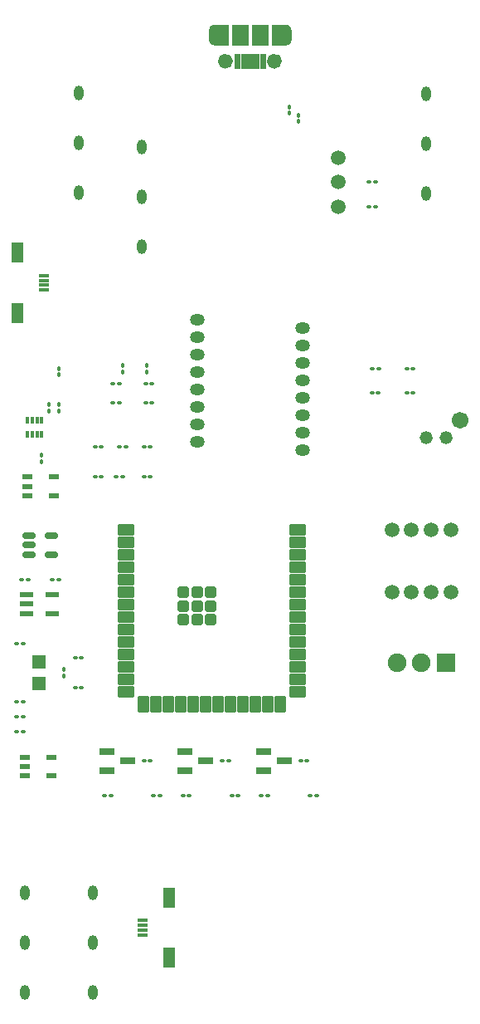
<source format=gbr>
%TF.GenerationSoftware,KiCad,Pcbnew,7.0.7*%
%TF.CreationDate,2023-11-24T19:36:33-07:00*%
%TF.ProjectId,mouse,6d6f7573-652e-46b6-9963-61645f706362,rev?*%
%TF.SameCoordinates,Original*%
%TF.FileFunction,Soldermask,Top*%
%TF.FilePolarity,Negative*%
%FSLAX46Y46*%
G04 Gerber Fmt 4.6, Leading zero omitted, Abs format (unit mm)*
G04 Created by KiCad (PCBNEW 7.0.7) date 2023-11-24 19:36:33*
%MOMM*%
%LPD*%
G01*
G04 APERTURE LIST*
G04 Aperture macros list*
%AMRoundRect*
0 Rectangle with rounded corners*
0 $1 Rounding radius*
0 $2 $3 $4 $5 $6 $7 $8 $9 X,Y pos of 4 corners*
0 Add a 4 corners polygon primitive as box body*
4,1,4,$2,$3,$4,$5,$6,$7,$8,$9,$2,$3,0*
0 Add four circle primitives for the rounded corners*
1,1,$1+$1,$2,$3*
1,1,$1+$1,$4,$5*
1,1,$1+$1,$6,$7*
1,1,$1+$1,$8,$9*
0 Add four rect primitives between the rounded corners*
20,1,$1+$1,$2,$3,$4,$5,0*
20,1,$1+$1,$4,$5,$6,$7,0*
20,1,$1+$1,$6,$7,$8,$9,0*
20,1,$1+$1,$8,$9,$2,$3,0*%
G04 Aperture macros list end*
%ADD10C,0.010000*%
%ADD11C,0.788500*%
%ADD12R,0.299999X0.670001*%
%ADD13R,1.320800X0.508000*%
%ADD14R,1.000000X0.300000*%
%ADD15R,1.300000X2.000000*%
%ADD16RoundRect,0.100000X-0.130000X-0.100000X0.130000X-0.100000X0.130000X0.100000X-0.130000X0.100000X0*%
%ADD17RoundRect,0.100000X-0.100000X0.130000X-0.100000X-0.130000X0.100000X-0.130000X0.100000X0.130000X0*%
%ADD18RoundRect,0.150000X-0.512500X-0.150000X0.512500X-0.150000X0.512500X0.150000X-0.512500X0.150000X0*%
%ADD19C,1.500000*%
%ADD20O,1.000000X1.500000*%
%ADD21RoundRect,0.100000X0.130000X0.100000X-0.130000X0.100000X-0.130000X-0.100000X0.130000X-0.100000X0*%
%ADD22RoundRect,0.100000X0.100000X-0.130000X0.100000X0.130000X-0.100000X0.130000X-0.100000X-0.130000X0*%
%ADD23RoundRect,0.070000X-0.650000X-0.300000X0.650000X-0.300000X0.650000X0.300000X-0.650000X0.300000X0*%
%ADD24R,1.397000X1.422400*%
%ADD25O,1.500000X1.200000*%
%ADD26R,0.977900X0.508000*%
%ADD27RoundRect,0.102000X-0.750000X-0.450000X0.750000X-0.450000X0.750000X0.450000X-0.750000X0.450000X0*%
%ADD28RoundRect,0.102000X-0.450000X-0.750000X0.450000X-0.750000X0.450000X0.750000X-0.450000X0.750000X0*%
%ADD29RoundRect,0.102000X-0.450000X-0.450000X0.450000X-0.450000X0.450000X0.450000X-0.450000X0.450000X0*%
%ADD30R,1.003300X0.508000*%
%ADD31C,1.320800*%
%ADD32C,1.701800*%
%ADD33R,1.900000X1.900000*%
%ADD34C,1.900000*%
G04 APERTURE END LIST*
%TO.C,J5*%
D10*
X76013500Y-22913500D02*
X74386500Y-22913500D01*
X74386500Y-20886500D01*
X76013500Y-20886500D01*
X76013500Y-22913500D01*
G36*
X76013500Y-22913500D02*
G01*
X74386500Y-22913500D01*
X74386500Y-20886500D01*
X76013500Y-20886500D01*
X76013500Y-22913500D01*
G37*
X78013500Y-22913500D02*
X76386500Y-22913500D01*
X76386500Y-20886500D01*
X78013500Y-20886500D01*
X78013500Y-22913500D01*
G36*
X78013500Y-22913500D02*
G01*
X76386500Y-22913500D01*
X76386500Y-20886500D01*
X78013500Y-20886500D01*
X78013500Y-22913500D01*
G37*
X73964000Y-22913000D02*
X72600000Y-22913000D01*
X72571000Y-22913000D01*
X72541000Y-22910000D01*
X72512000Y-22907000D01*
X72483000Y-22901000D01*
X72454000Y-22894000D01*
X72426000Y-22886000D01*
X72398000Y-22876000D01*
X72371000Y-22865000D01*
X72344000Y-22852000D01*
X72318000Y-22838000D01*
X72293000Y-22823000D01*
X72269000Y-22806000D01*
X72245000Y-22788000D01*
X72223000Y-22769000D01*
X72202000Y-22748000D01*
X72181000Y-22727000D01*
X72162000Y-22705000D01*
X72144000Y-22681000D01*
X72127000Y-22657000D01*
X72112000Y-22632000D01*
X72098000Y-22606000D01*
X72085000Y-22579000D01*
X72074000Y-22552000D01*
X72064000Y-22524000D01*
X72056000Y-22496000D01*
X72049000Y-22467000D01*
X72043000Y-22438000D01*
X72040000Y-22409000D01*
X72037000Y-22379000D01*
X72037000Y-22350000D01*
X72037000Y-21450000D01*
X72037000Y-21421000D01*
X72040000Y-21391000D01*
X72043000Y-21362000D01*
X72049000Y-21333000D01*
X72056000Y-21304000D01*
X72064000Y-21276000D01*
X72074000Y-21248000D01*
X72085000Y-21221000D01*
X72098000Y-21194000D01*
X72112000Y-21168000D01*
X72127000Y-21143000D01*
X72144000Y-21119000D01*
X72162000Y-21095000D01*
X72181000Y-21073000D01*
X72202000Y-21052000D01*
X72223000Y-21031000D01*
X72245000Y-21012000D01*
X72269000Y-20994000D01*
X72293000Y-20977000D01*
X72318000Y-20962000D01*
X72344000Y-20948000D01*
X72371000Y-20935000D01*
X72398000Y-20924000D01*
X72426000Y-20914000D01*
X72454000Y-20906000D01*
X72483000Y-20899000D01*
X72512000Y-20893000D01*
X72541000Y-20890000D01*
X72571000Y-20887000D01*
X72600000Y-20886000D01*
X73963500Y-20886500D01*
X73964000Y-20886000D01*
X73964000Y-22913000D01*
G36*
X73964000Y-22913000D02*
G01*
X72600000Y-22913000D01*
X72571000Y-22913000D01*
X72541000Y-22910000D01*
X72512000Y-22907000D01*
X72483000Y-22901000D01*
X72454000Y-22894000D01*
X72426000Y-22886000D01*
X72398000Y-22876000D01*
X72371000Y-22865000D01*
X72344000Y-22852000D01*
X72318000Y-22838000D01*
X72293000Y-22823000D01*
X72269000Y-22806000D01*
X72245000Y-22788000D01*
X72223000Y-22769000D01*
X72202000Y-22748000D01*
X72181000Y-22727000D01*
X72162000Y-22705000D01*
X72144000Y-22681000D01*
X72127000Y-22657000D01*
X72112000Y-22632000D01*
X72098000Y-22606000D01*
X72085000Y-22579000D01*
X72074000Y-22552000D01*
X72064000Y-22524000D01*
X72056000Y-22496000D01*
X72049000Y-22467000D01*
X72043000Y-22438000D01*
X72040000Y-22409000D01*
X72037000Y-22379000D01*
X72037000Y-22350000D01*
X72037000Y-21450000D01*
X72037000Y-21421000D01*
X72040000Y-21391000D01*
X72043000Y-21362000D01*
X72049000Y-21333000D01*
X72056000Y-21304000D01*
X72064000Y-21276000D01*
X72074000Y-21248000D01*
X72085000Y-21221000D01*
X72098000Y-21194000D01*
X72112000Y-21168000D01*
X72127000Y-21143000D01*
X72144000Y-21119000D01*
X72162000Y-21095000D01*
X72181000Y-21073000D01*
X72202000Y-21052000D01*
X72223000Y-21031000D01*
X72245000Y-21012000D01*
X72269000Y-20994000D01*
X72293000Y-20977000D01*
X72318000Y-20962000D01*
X72344000Y-20948000D01*
X72371000Y-20935000D01*
X72398000Y-20924000D01*
X72426000Y-20914000D01*
X72454000Y-20906000D01*
X72483000Y-20899000D01*
X72512000Y-20893000D01*
X72541000Y-20890000D01*
X72571000Y-20887000D01*
X72600000Y-20886000D01*
X73963500Y-20886500D01*
X73964000Y-20886000D01*
X73964000Y-22913000D01*
G37*
X79829000Y-20887000D02*
X79859000Y-20890000D01*
X79888000Y-20893000D01*
X79917000Y-20899000D01*
X79946000Y-20906000D01*
X79974000Y-20914000D01*
X80002000Y-20924000D01*
X80029000Y-20935000D01*
X80056000Y-20948000D01*
X80082000Y-20962000D01*
X80107000Y-20977000D01*
X80131000Y-20994000D01*
X80155000Y-21012000D01*
X80177000Y-21031000D01*
X80198000Y-21052000D01*
X80219000Y-21073000D01*
X80238000Y-21095000D01*
X80256000Y-21119000D01*
X80273000Y-21143000D01*
X80288000Y-21168000D01*
X80302000Y-21194000D01*
X80315000Y-21221000D01*
X80326000Y-21248000D01*
X80336000Y-21276000D01*
X80344000Y-21304000D01*
X80351000Y-21333000D01*
X80357000Y-21362000D01*
X80360000Y-21391000D01*
X80363000Y-21421000D01*
X80363000Y-21450000D01*
X80363000Y-22350000D01*
X80363000Y-22379000D01*
X80360000Y-22409000D01*
X80357000Y-22438000D01*
X80351000Y-22467000D01*
X80344000Y-22496000D01*
X80336000Y-22524000D01*
X80326000Y-22552000D01*
X80315000Y-22579000D01*
X80302000Y-22606000D01*
X80288000Y-22632000D01*
X80273000Y-22657000D01*
X80256000Y-22681000D01*
X80238000Y-22705000D01*
X80219000Y-22727000D01*
X80198000Y-22748000D01*
X80177000Y-22769000D01*
X80155000Y-22788000D01*
X80131000Y-22806000D01*
X80107000Y-22823000D01*
X80082000Y-22838000D01*
X80056000Y-22852000D01*
X80029000Y-22865000D01*
X80002000Y-22876000D01*
X79974000Y-22886000D01*
X79946000Y-22894000D01*
X79917000Y-22901000D01*
X79888000Y-22907000D01*
X79859000Y-22910000D01*
X79829000Y-22913000D01*
X79800000Y-22913000D01*
X78436000Y-22913000D01*
X78436000Y-20886000D01*
X78436500Y-20886500D01*
X79800000Y-20886000D01*
X79829000Y-20887000D01*
G36*
X79829000Y-20887000D02*
G01*
X79859000Y-20890000D01*
X79888000Y-20893000D01*
X79917000Y-20899000D01*
X79946000Y-20906000D01*
X79974000Y-20914000D01*
X80002000Y-20924000D01*
X80029000Y-20935000D01*
X80056000Y-20948000D01*
X80082000Y-20962000D01*
X80107000Y-20977000D01*
X80131000Y-20994000D01*
X80155000Y-21012000D01*
X80177000Y-21031000D01*
X80198000Y-21052000D01*
X80219000Y-21073000D01*
X80238000Y-21095000D01*
X80256000Y-21119000D01*
X80273000Y-21143000D01*
X80288000Y-21168000D01*
X80302000Y-21194000D01*
X80315000Y-21221000D01*
X80326000Y-21248000D01*
X80336000Y-21276000D01*
X80344000Y-21304000D01*
X80351000Y-21333000D01*
X80357000Y-21362000D01*
X80360000Y-21391000D01*
X80363000Y-21421000D01*
X80363000Y-21450000D01*
X80363000Y-22350000D01*
X80363000Y-22379000D01*
X80360000Y-22409000D01*
X80357000Y-22438000D01*
X80351000Y-22467000D01*
X80344000Y-22496000D01*
X80336000Y-22524000D01*
X80326000Y-22552000D01*
X80315000Y-22579000D01*
X80302000Y-22606000D01*
X80288000Y-22632000D01*
X80273000Y-22657000D01*
X80256000Y-22681000D01*
X80238000Y-22705000D01*
X80219000Y-22727000D01*
X80198000Y-22748000D01*
X80177000Y-22769000D01*
X80155000Y-22788000D01*
X80131000Y-22806000D01*
X80107000Y-22823000D01*
X80082000Y-22838000D01*
X80056000Y-22852000D01*
X80029000Y-22865000D01*
X80002000Y-22876000D01*
X79974000Y-22886000D01*
X79946000Y-22894000D01*
X79917000Y-22901000D01*
X79888000Y-22907000D01*
X79859000Y-22910000D01*
X79829000Y-22913000D01*
X79800000Y-22913000D01*
X78436000Y-22913000D01*
X78436000Y-20886000D01*
X78436500Y-20886500D01*
X79800000Y-20886000D01*
X79829000Y-20887000D01*
G37*
D11*
X74094250Y-24600000D02*
G75*
G03*
X74094250Y-24600000I-394250J0D01*
G01*
X79094250Y-24600000D02*
G75*
G03*
X79094250Y-24600000I-394250J0D01*
G01*
D10*
X75163500Y-25313500D02*
X74636500Y-25313500D01*
X74636500Y-23836500D01*
X75163500Y-23836500D01*
X75163500Y-25313500D01*
G36*
X75163500Y-25313500D02*
G01*
X74636500Y-25313500D01*
X74636500Y-23836500D01*
X75163500Y-23836500D01*
X75163500Y-25313500D01*
G37*
X75813500Y-25313500D02*
X75286500Y-25313500D01*
X75286500Y-23836500D01*
X75813500Y-23836500D01*
X75813500Y-25313500D01*
G36*
X75813500Y-25313500D02*
G01*
X75286500Y-25313500D01*
X75286500Y-23836500D01*
X75813500Y-23836500D01*
X75813500Y-25313500D01*
G37*
X76463500Y-25313500D02*
X75936500Y-25313500D01*
X75936500Y-23836500D01*
X76463500Y-23836500D01*
X76463500Y-25313500D01*
G36*
X76463500Y-25313500D02*
G01*
X75936500Y-25313500D01*
X75936500Y-23836500D01*
X76463500Y-23836500D01*
X76463500Y-25313500D01*
G37*
X77113500Y-25313500D02*
X76586500Y-25313500D01*
X76586500Y-23836500D01*
X77113500Y-23836500D01*
X77113500Y-25313500D01*
G36*
X77113500Y-25313500D02*
G01*
X76586500Y-25313500D01*
X76586500Y-23836500D01*
X77113500Y-23836500D01*
X77113500Y-25313500D01*
G37*
X77763500Y-25313500D02*
X77236500Y-25313500D01*
X77236500Y-23836500D01*
X77763500Y-23836500D01*
X77763500Y-25313500D01*
G36*
X77763500Y-25313500D02*
G01*
X77236500Y-25313500D01*
X77236500Y-23836500D01*
X77763500Y-23836500D01*
X77763500Y-25313500D01*
G37*
%TD*%
D12*
%TO.C,PWRSW1*%
X54950001Y-61209999D03*
X54450000Y-61209999D03*
X53950000Y-61209999D03*
X53449999Y-61209999D03*
X53449999Y-62690001D03*
X53950000Y-62690001D03*
X54450000Y-62690001D03*
X54950001Y-62690001D03*
%TD*%
D13*
%TO.C,CHGR1*%
X53404600Y-78999999D03*
X53404600Y-79950000D03*
X53404600Y-80900001D03*
X55995400Y-80900001D03*
X55995400Y-78999999D03*
%TD*%
D14*
%TO.C,J6*%
X55200000Y-46449999D03*
X55200000Y-46950000D03*
X55200000Y-47450000D03*
X55200000Y-47950001D03*
D15*
X52500001Y-44150001D03*
X52500001Y-50249999D03*
%TD*%
%TO.C,J4*%
X67949999Y-109900001D03*
X67949999Y-115999999D03*
D14*
X65250000Y-112199999D03*
X65250000Y-112700000D03*
X65250000Y-113200000D03*
X65250000Y-113700001D03*
%TD*%
D16*
%TO.C,C8*%
X60380000Y-63950000D03*
X61020000Y-63950000D03*
%TD*%
D17*
%TO.C,R18*%
X80200000Y-29925000D03*
X80200000Y-29285000D03*
%TD*%
%TO.C,R7*%
X57200000Y-86630000D03*
X57200000Y-87270000D03*
%TD*%
D18*
%TO.C,U1*%
X53682500Y-73000000D03*
X53682500Y-73950000D03*
X53682500Y-74900000D03*
X55957500Y-74900000D03*
X55957500Y-73000000D03*
%TD*%
D16*
%TO.C,C18*%
X61380000Y-99450000D03*
X62020000Y-99450000D03*
%TD*%
D19*
%TO.C,J3*%
X90700000Y-78780000D03*
X92700000Y-78780000D03*
X94700000Y-78780000D03*
X96700000Y-78780000D03*
%TD*%
D20*
%TO.C,MMB1*%
X65200000Y-33370000D03*
X65200000Y-38450000D03*
X65200000Y-43530000D03*
%TD*%
D16*
%TO.C,D8*%
X81380000Y-95950000D03*
X82020000Y-95950000D03*
%TD*%
D21*
%TO.C,R2*%
X53520000Y-77450000D03*
X52880000Y-77450000D03*
%TD*%
%TO.C,R10*%
X59020000Y-88450000D03*
X58380000Y-88450000D03*
%TD*%
D22*
%TO.C,C9*%
X56700000Y-56590000D03*
X56700000Y-55950000D03*
%TD*%
D16*
%TO.C,C5*%
X65560000Y-59450000D03*
X66200000Y-59450000D03*
%TD*%
D23*
%TO.C,Q8*%
X69600000Y-95000000D03*
X69600000Y-96900000D03*
X71700000Y-95950000D03*
%TD*%
D17*
%TO.C,R17*%
X81200000Y-30130000D03*
X81200000Y-30770000D03*
%TD*%
D16*
%TO.C,C11*%
X65380000Y-66950000D03*
X66020000Y-66950000D03*
%TD*%
%TO.C,C15*%
X52380000Y-91450000D03*
X53020000Y-91450000D03*
%TD*%
D21*
%TO.C,R9*%
X59020000Y-85450000D03*
X58380000Y-85450000D03*
%TD*%
D16*
%TO.C,R24*%
X82380000Y-99450000D03*
X83020000Y-99450000D03*
%TD*%
%TO.C,C19*%
X69380000Y-99450000D03*
X70020000Y-99450000D03*
%TD*%
%TO.C,C14*%
X60380000Y-66950000D03*
X61020000Y-66950000D03*
%TD*%
%TO.C,R11*%
X88700000Y-55950000D03*
X89340000Y-55950000D03*
%TD*%
D19*
%TO.C,ENC1*%
X85200000Y-39450000D03*
X85200000Y-36950000D03*
X85200000Y-34450000D03*
%TD*%
D23*
%TO.C,Q7*%
X61600000Y-95000000D03*
X61600000Y-96900000D03*
X63700000Y-95950000D03*
%TD*%
D21*
%TO.C,R8*%
X63200000Y-66950000D03*
X62560000Y-66950000D03*
%TD*%
D20*
%TO.C,LMB1*%
X58700000Y-27870000D03*
X58700000Y-32950000D03*
X58700000Y-38030000D03*
%TD*%
D24*
%TO.C,XTAL1*%
X54700000Y-85857800D03*
X54700000Y-88042200D03*
%TD*%
D16*
%TO.C,C20*%
X77380000Y-99450000D03*
X78020000Y-99450000D03*
%TD*%
D23*
%TO.C,Q9*%
X77600000Y-95000000D03*
X77600000Y-96900000D03*
X79700000Y-95950000D03*
%TD*%
D16*
%TO.C,D6*%
X65380000Y-95950000D03*
X66020000Y-95950000D03*
%TD*%
%TO.C,C7*%
X92225000Y-58450000D03*
X92865000Y-58450000D03*
%TD*%
D20*
%TO.C,RMB1*%
X94200000Y-27940000D03*
X94200000Y-33020000D03*
X94200000Y-38100000D03*
%TD*%
D19*
%TO.C,J1*%
X90700000Y-72430000D03*
X92700000Y-72430000D03*
X94700000Y-72430000D03*
X96700000Y-72430000D03*
%TD*%
D16*
%TO.C,C10*%
X65380000Y-63950000D03*
X66020000Y-63950000D03*
%TD*%
%TO.C,D2*%
X56035000Y-77450000D03*
X56675000Y-77450000D03*
%TD*%
D25*
%TO.C,PAW1*%
X70850000Y-50950000D03*
X70850000Y-52730000D03*
X70850000Y-54510000D03*
X70850000Y-56290000D03*
X70850000Y-58070000D03*
X70850000Y-59850000D03*
X70850000Y-61630000D03*
X70850000Y-63410000D03*
X81550000Y-64300000D03*
X81550000Y-62520000D03*
X81550000Y-60740000D03*
X81550000Y-58960000D03*
X81550000Y-57180000D03*
X81550000Y-55400000D03*
X81550000Y-53620000D03*
X81550000Y-51840000D03*
%TD*%
D17*
%TO.C,R4*%
X55700000Y-59630000D03*
X55700000Y-60270000D03*
%TD*%
D16*
%TO.C,R15*%
X88380000Y-39450000D03*
X89020000Y-39450000D03*
%TD*%
D26*
%TO.C,U2*%
X53200000Y-95549998D03*
X53200000Y-96499999D03*
X53200000Y-97450000D03*
X55930500Y-97450000D03*
X55930500Y-95549998D03*
%TD*%
D16*
%TO.C,R16*%
X88380000Y-36950000D03*
X89020000Y-36950000D03*
%TD*%
D20*
%TO.C,SMB5*%
X53200000Y-109370000D03*
X53200000Y-114450000D03*
X53200000Y-119530000D03*
%TD*%
%TO.C,SMB4*%
X60200000Y-119530000D03*
X60200000Y-114450000D03*
X60200000Y-109370000D03*
%TD*%
D16*
%TO.C,C4*%
X62200000Y-57450000D03*
X62840000Y-57450000D03*
%TD*%
D27*
%TO.C,ESP1*%
X63550000Y-72430000D03*
X63550000Y-73700000D03*
X63550000Y-74970000D03*
X63550000Y-76240000D03*
X63550000Y-77510000D03*
X63550000Y-78780000D03*
X63550000Y-80050000D03*
X63550000Y-81320000D03*
X63550000Y-82590000D03*
X63550000Y-83860000D03*
X63550000Y-85130000D03*
X63550000Y-86400000D03*
X63550000Y-87670000D03*
X63550000Y-88940000D03*
D28*
X65315000Y-90190000D03*
X66585000Y-90190000D03*
X67855000Y-90190000D03*
X69125000Y-90190000D03*
X70395000Y-90190000D03*
X71665000Y-90190000D03*
X72935000Y-90190000D03*
X74205000Y-90190000D03*
X75475000Y-90190000D03*
X76745000Y-90190000D03*
X78015000Y-90190000D03*
X79285000Y-90190000D03*
D27*
X81050000Y-88940000D03*
X81050000Y-87670000D03*
X81050000Y-86400000D03*
X81050000Y-85130000D03*
X81050000Y-83860000D03*
X81050000Y-82590000D03*
X81050000Y-81320000D03*
X81050000Y-80050000D03*
X81050000Y-78780000D03*
X81050000Y-77510000D03*
X81050000Y-76240000D03*
X81050000Y-74970000D03*
X81050000Y-73700000D03*
X81050000Y-72430000D03*
D29*
X69400000Y-78750000D03*
X70800000Y-78750000D03*
X72200000Y-78750000D03*
X69400000Y-80150000D03*
X70800000Y-80150000D03*
X72200000Y-80150000D03*
X69400000Y-81550000D03*
X70800000Y-81550000D03*
X72200000Y-81550000D03*
%TD*%
D16*
%TO.C,C6*%
X62200000Y-59450000D03*
X62840000Y-59450000D03*
%TD*%
D17*
%TO.C,C1*%
X65700000Y-55650000D03*
X65700000Y-56290000D03*
%TD*%
D16*
%TO.C,D7*%
X73380000Y-95950000D03*
X74020000Y-95950000D03*
%TD*%
%TO.C,C16*%
X52380000Y-92950000D03*
X53020000Y-92950000D03*
%TD*%
%TO.C,C12*%
X52380000Y-83950000D03*
X53020000Y-83950000D03*
%TD*%
%TO.C,R1*%
X88687701Y-58450000D03*
X89327701Y-58450000D03*
%TD*%
%TO.C,R22*%
X66380000Y-99450000D03*
X67020000Y-99450000D03*
%TD*%
D30*
%TO.C,U3*%
X53442050Y-66999999D03*
X53442050Y-67950000D03*
X53442050Y-68900001D03*
X56197950Y-68900001D03*
X56197950Y-66999999D03*
%TD*%
D22*
%TO.C,C2*%
X63200000Y-56290000D03*
X63200000Y-55650000D03*
%TD*%
D21*
%TO.C,D1*%
X92865000Y-55950000D03*
X92225000Y-55950000D03*
%TD*%
D22*
%TO.C,R6*%
X54950001Y-65450000D03*
X54950001Y-64810000D03*
%TD*%
D31*
%TO.C,J2*%
X96200002Y-62950000D03*
X94200000Y-62950000D03*
D32*
X97700001Y-61250000D03*
%TD*%
D16*
%TO.C,C3*%
X65560000Y-57450000D03*
X66200000Y-57450000D03*
%TD*%
D17*
%TO.C,R5*%
X56700000Y-59630000D03*
X56700000Y-60270000D03*
%TD*%
D33*
%TO.C,S4*%
X96200000Y-85950000D03*
D34*
X93700000Y-85950000D03*
X91200000Y-85950000D03*
%TD*%
D16*
%TO.C,R3*%
X62880000Y-63950000D03*
X63520000Y-63950000D03*
%TD*%
%TO.C,R23*%
X74380000Y-99450000D03*
X75020000Y-99450000D03*
%TD*%
%TO.C,C13*%
X52380000Y-89950000D03*
X53020000Y-89950000D03*
%TD*%
M02*

</source>
